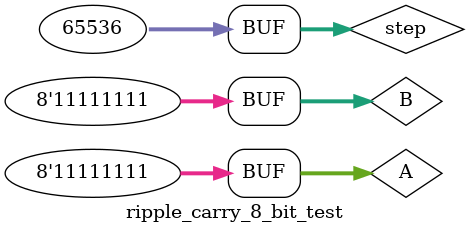
<source format=v>
module ripple_carry_8_bit_test;
   
	reg [7:0]A;
	reg [7:0]B;
	wire [7:0]Sum;
	wire Cout;
	
	ripple_carry_8_bit ripple (Sum, Cout, A, B);
	integer step;
	
	initial begin 
	   for (step=0; step<65536; step=step+1) begin   //2^16 gives 65536 possible combinations for the inputs
		{A, B} = step;
		#20;
		end
	end
endmodule


</source>
